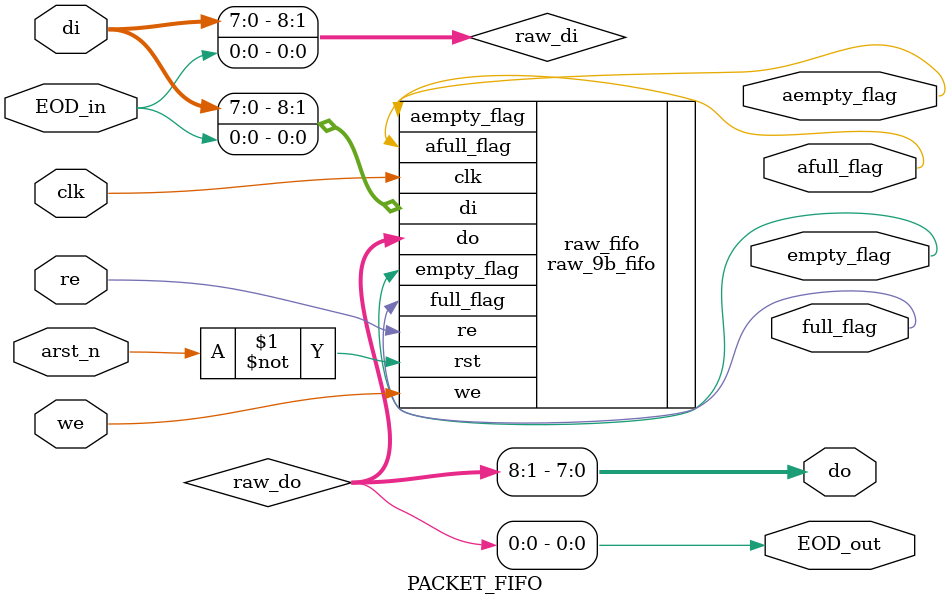
<source format=v>

module PACKET_FIFO #(
	parameter integer AEMPTY_CNT = 1500, // IP MTU
	parameter integer AFULL_CNT = 16000  // ~= 16384 - MTU
)( 
	arst_n,
	di, clk, we,
	do, re,
	empty_flag, aempty_flag,
	full_flag, afull_flag, 
	// my original signal
	EOD_in, EOD_out
);

	input wire [7:0] di;
	input wire clk;
	input wire we,re;
	input wire arst_n;
	
	output wire [7:0] do;
	output wire empty_flag, aempty_flag;
	output wire full_flag, afull_flag;
	// my original signal
	input  wire EOD_in;
	output wire EOD_out;
	
	wire [8:0] raw_di = {di, EOD_in};
	wire [8:0] raw_do;
	assign do = raw_do[8:1];
	assign EOD_out = raw_do[0];

	raw_9b_fifo raw_fifo (
		.rst(~arst_n),
		.di(raw_di), .clk(clk), .we(we),
		.do(raw_do), .re(re),
		.empty_flag(empty_flag), .aempty_flag(aempty_flag),
		.full_flag(full_flag), .afull_flag(afull_flag) 
	);

endmodule

</source>
